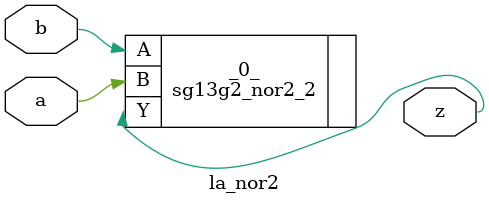
<source format=v>

/* Generated by Yosys 0.44 (git sha1 80ba43d26, g++ 11.4.0-1ubuntu1~22.04 -fPIC -O3) */

(* top =  1  *)
(* src = "generated" *)
(* keep_hierarchy *)
module la_nor2 (
    a,
    b,
    z
);
  (* src = "generated" *)
  input a;
  wire a;
  (* src = "generated" *)
  input b;
  wire b;
  (* src = "generated" *)
  output z;
  wire z;
  sg13g2_nor2_2 _0_ (
      .A(b),
      .B(a),
      .Y(z)
  );
endmodule

</source>
